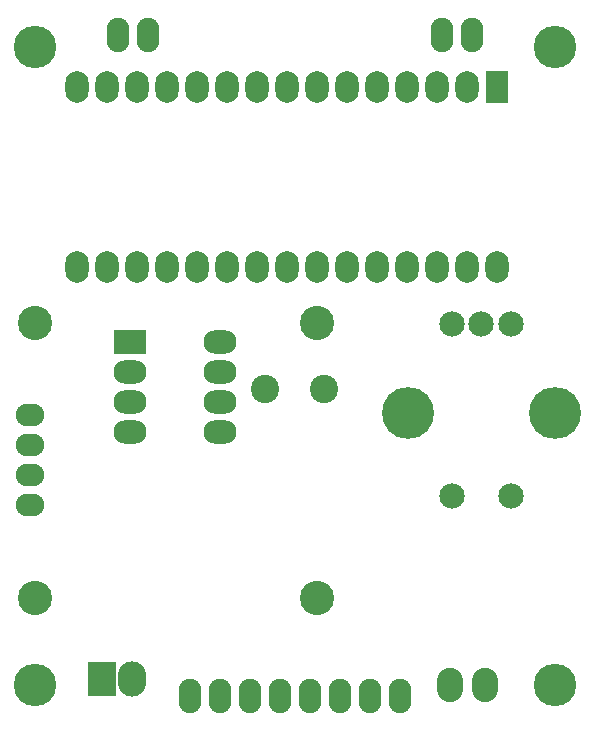
<source format=gbr>
G04 #@! TF.FileFunction,Soldermask,Bot*
%FSLAX46Y46*%
G04 Gerber Fmt 4.6, Leading zero omitted, Abs format (unit mm)*
G04 Created by KiCad (PCBNEW 4.0.4-stable) date 07/11/19 10:43:22*
%MOMM*%
%LPD*%
G01*
G04 APERTURE LIST*
%ADD10C,0.100000*%
%ADD11O,2.400000X1.924000*%
%ADD12C,2.900000*%
%ADD13R,1.974800X2.686000*%
%ADD14O,1.974800X2.686000*%
%ADD15C,2.400000*%
%ADD16R,2.800000X2.000000*%
%ADD17O,2.800000X2.000000*%
%ADD18O,1.920000X2.920000*%
%ADD19C,3.600000*%
%ADD20R,2.400000X3.000000*%
%ADD21O,2.400000X3.000000*%
%ADD22C,2.150000*%
%ADD23O,4.400000X4.400000*%
%ADD24O,2.200000X2.900000*%
G04 APERTURE END LIST*
D10*
D11*
X72500000Y-111810000D03*
X72500000Y-109270000D03*
X72500000Y-106730000D03*
X72500000Y-104190000D03*
D12*
X96800000Y-119650000D03*
X73000000Y-119650000D03*
X73000000Y-96350000D03*
X96800000Y-96350000D03*
D13*
X112050000Y-76380000D03*
D14*
X109510000Y-76380000D03*
X106970000Y-76380000D03*
X104430000Y-76380000D03*
X101890000Y-76380000D03*
X99350000Y-76380000D03*
X96810000Y-76380000D03*
X94270000Y-76380000D03*
X91730000Y-76380000D03*
X89190000Y-76380000D03*
X86650000Y-76380000D03*
X84110000Y-76380000D03*
X81570000Y-76380000D03*
X79030000Y-76380000D03*
X76490000Y-76380000D03*
X76490000Y-91620000D03*
X79030000Y-91620000D03*
X81570000Y-91620000D03*
X84110000Y-91620000D03*
X86650000Y-91620000D03*
X89190000Y-91620000D03*
X91730000Y-91620000D03*
X94270000Y-91620000D03*
X96810000Y-91620000D03*
X99350000Y-91620000D03*
X101890000Y-91620000D03*
X104430000Y-91620000D03*
X106970000Y-91620000D03*
X109510000Y-91620000D03*
X112050000Y-91620000D03*
D15*
X92450000Y-102000000D03*
X97450000Y-102000000D03*
D16*
X81000000Y-98000000D03*
D17*
X88620000Y-105620000D03*
X81000000Y-100540000D03*
X88620000Y-103080000D03*
X81000000Y-103080000D03*
X88620000Y-100540000D03*
X81000000Y-105620000D03*
X88620000Y-98000000D03*
D18*
X80000000Y-72000000D03*
X82540000Y-72000000D03*
X110000000Y-72000000D03*
X107460000Y-72000000D03*
D19*
X73000000Y-73000000D03*
X117000000Y-73000000D03*
X73000000Y-127000000D03*
X117000000Y-127000000D03*
D18*
X86100000Y-128000000D03*
X88640000Y-128000000D03*
X91180000Y-128000000D03*
X93720000Y-128000000D03*
X96260000Y-128000000D03*
X98800000Y-128000000D03*
X101340000Y-128000000D03*
X103880000Y-128000000D03*
D20*
X78600000Y-126500000D03*
D21*
X81140000Y-126500000D03*
D22*
X113250000Y-96500000D03*
X108250000Y-96500000D03*
X110750000Y-96500000D03*
X108250000Y-111000000D03*
X113250000Y-111000000D03*
D23*
X104550000Y-104000000D03*
X116950000Y-104000000D03*
D24*
X111100000Y-127000000D03*
X108100000Y-127000000D03*
M02*

</source>
